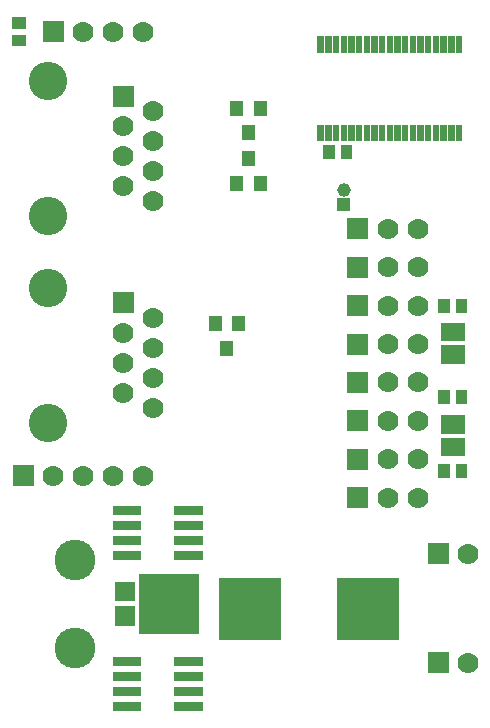
<source format=gbr>
G04 start of page 6 for group -4063 idx -4063 *
G04 Title: (unknown), componentmask *
G04 Creator: pcb 20110918 *
G04 CreationDate: Wed 12 Sep 2012 14:12:35 GMT UTC *
G04 For: rob *
G04 Format: Gerber/RS-274X *
G04 PCB-Dimensions: 165354 236220 *
G04 PCB-Coordinate-Origin: lower left *
%MOIN*%
%FSLAX25Y25*%
%LNTOPMASK*%
%ADD86R,0.0610X0.0610*%
%ADD85R,0.0300X0.0300*%
%ADD84R,0.0440X0.0440*%
%ADD83R,0.0381X0.0381*%
%ADD82R,0.0218X0.0218*%
%ADD81C,0.0453*%
%ADD80C,0.1360*%
%ADD79C,0.1280*%
%ADD78C,0.0700*%
%ADD77C,0.0001*%
G54D77*G36*
X37248Y142201D02*Y135201D01*
X44248D01*
Y142201D01*
X37248D01*
G37*
G54D78*X50748Y133701D03*
G54D79*X15748Y143701D03*
G54D78*X40748Y177598D03*
G54D79*X15748Y167598D03*
G54D78*X50748Y172598D03*
Y103701D03*
X40748Y108701D03*
X50748Y123701D03*
X40748Y128701D03*
Y118701D03*
X50748Y113701D03*
G54D80*X24606Y53149D03*
Y23621D03*
G54D79*X15748Y98701D03*
G54D77*G36*
X3903Y84602D02*Y77602D01*
X10903D01*
Y84602D01*
X3903D01*
G37*
G54D78*X17403Y81102D03*
X27403D03*
X37403D03*
X47403D03*
G54D77*G36*
X115437Y166885D02*Y159885D01*
X122437D01*
Y166885D01*
X115437D01*
G37*
G54D78*X128937Y163385D03*
X138937D03*
G54D77*G36*
X111909Y173779D02*Y169251D01*
X116437D01*
Y173779D01*
X111909D01*
G37*
G36*
X115437Y128500D02*Y121500D01*
X122437D01*
Y128500D01*
X115437D01*
G37*
G36*
Y115704D02*Y108704D01*
X122437D01*
Y115704D01*
X115437D01*
G37*
G54D78*X128937Y125000D03*
X138937D03*
G54D77*G36*
X115437Y141295D02*Y134295D01*
X122437D01*
Y141295D01*
X115437D01*
G37*
G54D78*X128937Y137795D03*
X138937D03*
G54D81*X114173Y176515D03*
G54D77*G36*
X115437Y154090D02*Y147090D01*
X122437D01*
Y154090D01*
X115437D01*
G37*
G54D78*X128937Y150590D03*
X138937D03*
G54D77*G36*
X142169Y22200D02*Y15200D01*
X149169D01*
Y22200D01*
X142169D01*
G37*
G54D78*X155669Y18700D03*
G54D77*G36*
X142169Y58618D02*Y51618D01*
X149169D01*
Y58618D01*
X142169D01*
G37*
G54D78*X155669Y55118D03*
X128937Y112204D03*
X138937D03*
G54D77*G36*
X115437Y102909D02*Y95909D01*
X122437D01*
Y102909D01*
X115437D01*
G37*
G54D78*X128937Y99409D03*
X138937D03*
G54D77*G36*
X115437Y90114D02*Y83114D01*
X122437D01*
Y90114D01*
X115437D01*
G37*
G54D78*X128937Y86614D03*
X138937D03*
G54D77*G36*
X115437Y77318D02*Y70318D01*
X122437D01*
Y77318D01*
X115437D01*
G37*
G54D78*X128937Y73818D03*
X138937D03*
X50748Y192598D03*
X40748Y187598D03*
G54D77*G36*
X13823Y232633D02*Y225633D01*
X20823D01*
Y232633D01*
X13823D01*
G37*
G54D78*X27323Y229133D03*
X37323D03*
X47323D03*
X40748Y197598D03*
G54D77*G36*
X37248Y211098D02*Y204098D01*
X44248D01*
Y211098D01*
X37248D01*
G37*
G54D78*X50748Y202598D03*
Y182598D03*
G54D79*X15748Y212598D03*
G54D82*X109096Y226555D02*Y223209D01*
X106537Y226555D02*Y223209D01*
G54D83*X5422Y232050D02*X6390D01*
X5422Y226216D02*X6390D01*
G54D84*X79133Y132190D02*Y131590D01*
X75233Y123990D02*Y123390D01*
X71333Y132190D02*Y131590D01*
X78580Y178911D02*Y178311D01*
X86380Y178911D02*Y178311D01*
X82480Y187111D02*Y186511D01*
X86380Y203972D02*Y203372D01*
X78580Y203972D02*Y203372D01*
X82480Y195772D02*Y195172D01*
G54D77*G36*
X72697Y46869D02*Y26200D01*
X93366D01*
Y46869D01*
X72697D01*
G37*
G54D85*X38665Y69507D02*X45165D01*
X59165D02*X65665D01*
X38665Y64507D02*X45165D01*
X38665Y59507D02*X45165D01*
X38665Y54507D02*X45165D01*
X59165D02*X65665D01*
X59165Y59507D02*X65665D01*
X59165Y64507D02*X65665D01*
G54D77*G36*
X45965Y48326D02*Y28444D01*
X65847D01*
Y48326D01*
X45965D01*
G37*
G36*
X38091Y45727D02*Y39231D01*
X44587D01*
Y45727D01*
X38091D01*
G37*
G54D85*X59165Y4311D02*X65665D01*
X38665D02*X45165D01*
X59165Y9311D02*X65665D01*
X59165Y14311D02*X65665D01*
X59165Y19311D02*X65665D01*
X38665D02*X45165D01*
X38665Y14311D02*X45165D01*
X38665Y9311D02*X45165D01*
G54D77*G36*
X38091Y37539D02*Y31043D01*
X44587D01*
Y37539D01*
X38091D01*
G37*
G54D83*X115086Y189460D02*Y188492D01*
X109252Y189460D02*Y188492D01*
X153508Y138279D02*Y137311D01*
X147674Y138279D02*Y137311D01*
G54D82*X106537Y197027D02*Y193681D01*
X109096Y197027D02*Y193681D01*
X111655Y197027D02*Y193681D01*
X114214Y197027D02*Y193681D01*
X116773Y197027D02*Y193681D01*
X129568Y197027D02*Y193681D01*
X132127Y197027D02*Y193681D01*
X134686Y197027D02*Y193681D01*
X137245Y197027D02*Y193681D01*
X139804Y197027D02*Y193681D01*
X142363Y197027D02*Y193681D01*
X144922Y197027D02*Y193681D01*
X147481Y197027D02*Y193681D01*
X150040Y197027D02*Y193681D01*
X152599Y197027D02*Y193681D01*
Y226555D02*Y223209D01*
X150040Y226555D02*Y223209D01*
X147481Y226555D02*Y223209D01*
X144922Y226555D02*Y223209D01*
X142363Y226555D02*Y223209D01*
X139804Y226555D02*Y223209D01*
X137245Y226555D02*Y223209D01*
X134686Y226555D02*Y223209D01*
X132127Y226555D02*Y223209D01*
X129568Y226555D02*Y223209D01*
X127009Y226555D02*Y223209D01*
X124450Y226555D02*Y223209D01*
X121891Y226555D02*Y223209D01*
X119332Y226555D02*Y223209D01*
X116773Y226555D02*Y223209D01*
X114214Y226555D02*Y223209D01*
X111655Y226555D02*Y223209D01*
X119332Y197027D02*Y193681D01*
X121891Y197027D02*Y193681D01*
X124450Y197027D02*Y193681D01*
X127009Y197027D02*Y193681D01*
G54D86*X149591Y98187D02*X151591D01*
X149591Y90787D02*X151591D01*
X149591Y128936D02*X151591D01*
X149591Y121536D02*X151591D01*
G54D83*X153508Y107767D02*Y106799D01*
X147674Y107767D02*Y106799D01*
Y83161D02*Y82193D01*
X153508Y83161D02*Y82193D01*
G54D77*G36*
X112067Y46869D02*Y26200D01*
X132736D01*
Y46869D01*
X112067D01*
G37*
M02*

</source>
